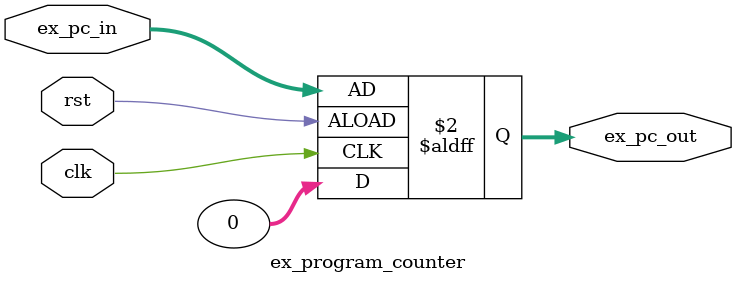
<source format=sv>
module ex_program_counter(
    input logic clk,
    input logic rst,
    input logic [31:0] ex_pc_in = 32'b0, 
    output logic [31:0] ex_pc_out
     
);

    always_ff @(posedge clk or negedge rst) begin
        if (rst) begin
            ex_pc_out <= 32'b0; 
        end else begin
            ex_pc_out <= ex_pc_in; 
        end
    end
endmodule
</source>
